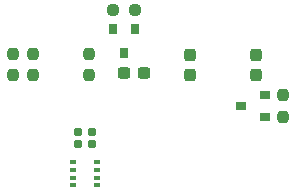
<source format=gbr>
%TF.GenerationSoftware,KiCad,Pcbnew,(6.0.10)*%
%TF.CreationDate,2023-01-02T18:22:58+01:00*%
%TF.ProjectId,sniffer,736e6966-6665-4722-9e6b-696361645f70,rev?*%
%TF.SameCoordinates,Original*%
%TF.FileFunction,Paste,Top*%
%TF.FilePolarity,Positive*%
%FSLAX46Y46*%
G04 Gerber Fmt 4.6, Leading zero omitted, Abs format (unit mm)*
G04 Created by KiCad (PCBNEW (6.0.10)) date 2023-01-02 18:22:58*
%MOMM*%
%LPD*%
G01*
G04 APERTURE LIST*
G04 Aperture macros list*
%AMRoundRect*
0 Rectangle with rounded corners*
0 $1 Rounding radius*
0 $2 $3 $4 $5 $6 $7 $8 $9 X,Y pos of 4 corners*
0 Add a 4 corners polygon primitive as box body*
4,1,4,$2,$3,$4,$5,$6,$7,$8,$9,$2,$3,0*
0 Add four circle primitives for the rounded corners*
1,1,$1+$1,$2,$3*
1,1,$1+$1,$4,$5*
1,1,$1+$1,$6,$7*
1,1,$1+$1,$8,$9*
0 Add four rect primitives between the rounded corners*
20,1,$1+$1,$2,$3,$4,$5,0*
20,1,$1+$1,$4,$5,$6,$7,0*
20,1,$1+$1,$6,$7,$8,$9,0*
20,1,$1+$1,$8,$9,$2,$3,0*%
G04 Aperture macros list end*
%ADD10RoundRect,0.155000X0.212500X0.155000X-0.212500X0.155000X-0.212500X-0.155000X0.212500X-0.155000X0*%
%ADD11RoundRect,0.237500X0.237500X-0.250000X0.237500X0.250000X-0.237500X0.250000X-0.237500X-0.250000X0*%
%ADD12RoundRect,0.237500X-0.237500X0.250000X-0.237500X-0.250000X0.237500X-0.250000X0.237500X0.250000X0*%
%ADD13RoundRect,0.237500X0.250000X0.237500X-0.250000X0.237500X-0.250000X-0.237500X0.250000X-0.237500X0*%
%ADD14R,0.500000X0.350000*%
%ADD15RoundRect,0.237500X0.237500X-0.300000X0.237500X0.300000X-0.237500X0.300000X-0.237500X-0.300000X0*%
%ADD16RoundRect,0.237500X-0.300000X-0.237500X0.300000X-0.237500X0.300000X0.237500X-0.300000X0.237500X0*%
%ADD17R,0.800000X0.900000*%
%ADD18R,0.900000X0.800000*%
G04 APERTURE END LIST*
D10*
%TO.C,C1*%
X101240500Y-120677000D03*
X100105500Y-120677000D03*
%TD*%
%TO.C,C2*%
X100105500Y-121693000D03*
X101240500Y-121693000D03*
%TD*%
D11*
%TO.C,R2*%
X101050000Y-114087500D03*
X101050000Y-115912500D03*
%TD*%
%TO.C,R3*%
X96300000Y-114087500D03*
X96300000Y-115912500D03*
%TD*%
%TO.C,R4*%
X94550000Y-114087500D03*
X94550000Y-115912500D03*
%TD*%
D12*
%TO.C,R5*%
X117437000Y-117605500D03*
X117437000Y-119430500D03*
%TD*%
D13*
%TO.C,R1*%
X104891000Y-110361000D03*
X103066000Y-110361000D03*
%TD*%
D14*
%TO.C,U2*%
X99648000Y-125225000D03*
X99648000Y-124575000D03*
X99648000Y-123925000D03*
X99648000Y-123275000D03*
X101698000Y-123275000D03*
X101698000Y-123925000D03*
X101698000Y-124575000D03*
X101698000Y-125225000D03*
%TD*%
D15*
%TO.C,C5*%
X115128000Y-115922500D03*
X115128000Y-114197500D03*
%TD*%
%TO.C,C3*%
X109540000Y-114197500D03*
X109540000Y-115922500D03*
%TD*%
D16*
%TO.C,C4*%
X105703500Y-115695000D03*
X103978500Y-115695000D03*
%TD*%
D17*
%TO.C,Q1*%
X103978500Y-114028000D03*
X103028500Y-112028000D03*
X104928500Y-112028000D03*
%TD*%
D18*
%TO.C,Q2*%
X115897000Y-119468000D03*
X115897000Y-117568000D03*
X113897000Y-118518000D03*
%TD*%
M02*

</source>
